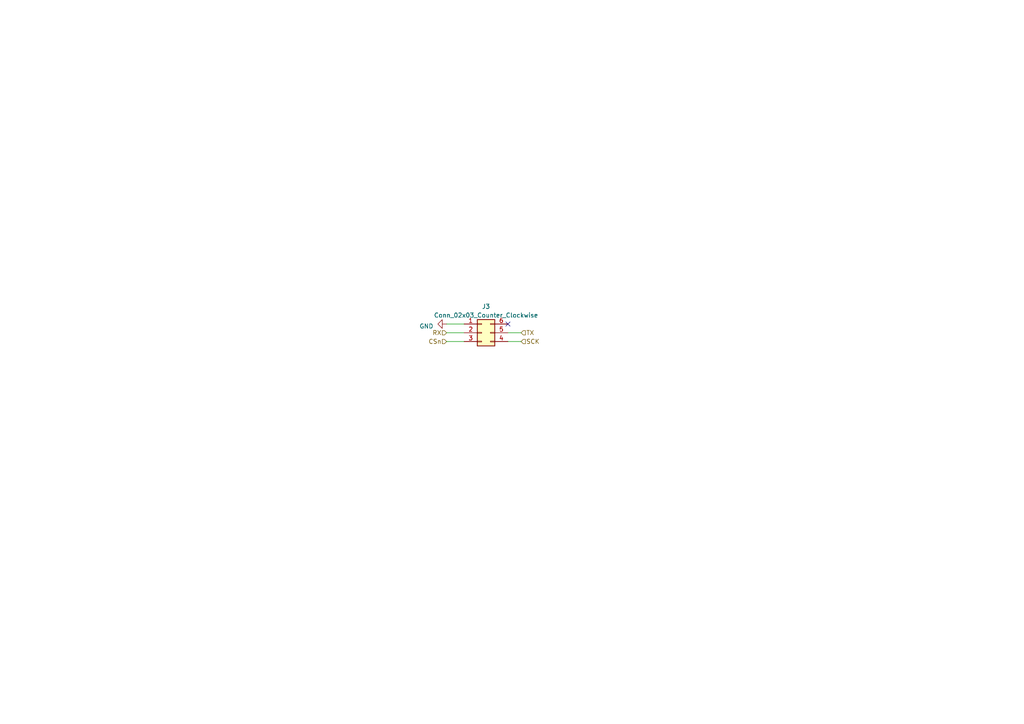
<source format=kicad_sch>
(kicad_sch (version 20230121) (generator eeschema)
  (paper "A4")
  (lib_symbols
    (symbol "Connector_Generic:Conn_02x03_Counter_Clockwise" (pin_names (offset 1.016) hide)
      (property "Reference" "J" (at 1.27 5.08 0))
      (property "Value" "Conn_02x03_Counter_Clockwise" (at 1.27 -5.08 0))
      (symbol "Conn_02x03_Counter_Clockwise_1_1"
        (rectangle (start -1.27 -2.413) (end 0 -2.667) (stroke (width 0.1524)))
        (rectangle (start -1.27 0.127) (end 0 -0.127) (stroke (width 0.1524)))
        (rectangle (start -1.27 2.667) (end 0 2.413) (stroke (width 0.1524)))
        (rectangle (start -1.27 3.81) (end 3.81 -3.81) (stroke (width 0.254)) (fill (type background)))
        (rectangle (start 3.81 -2.413) (end 2.54 -2.667) (stroke (width 0.1524)))
        (rectangle (start 3.81 0.127) (end 2.54 -0.127) (stroke (width 0.1524)))
        (rectangle (start 3.81 2.667) (end 2.54 2.413) (stroke (width 0.1524)))
        (pin passive line (at -5.08 2.54 0) (length 3.81) (name "Pin_1") (number "1"))
        (pin passive line (at -5.08 0 0) (length 3.81) (name "Pin_2") (number "2"))
        (pin passive line (at -5.08 -2.54 0) (length 3.81) (name "Pin_3") (number "3"))
        (pin passive line (at 7.62 -2.54 180) (length 3.81) (name "Pin_4") (number "4"))
        (pin passive line (at 7.62 0 180) (length 3.81) (name "Pin_5") (number "5"))
        (pin passive line (at 7.62 2.54 180) (length 3.81) (name "Pin_6") (number "6"))
      )
    )
    (symbol "power:GND" (power) (pin_names (offset 0))
      (property "Value" "GND" (at 0 -3.81 0))
      (symbol "GND_0_1"
        (polyline (pts (xy 0 0) (xy 0 -1.27) (xy 1.27 -1.27) (xy 0 -2.54) (xy -1.27 -1.27) (xy 0 -1.27)))
      )
      (symbol "GND_1_1"
        (pin power_in line (at 0 0 270) (length 0) hide (name "GND") (number "1"))
      )
    )
  )
  (no_connect (at 147.32 93.98))
  (wire (pts (xy 129.54 96.52) (xy 134.62 96.52)))
  (wire (pts (xy 147.32 96.52) (xy 151.13 96.52)))
  (wire (pts (xy 129.54 93.98) (xy 134.62 93.98)))
  (wire (pts (xy 147.32 99.06) (xy 151.13 99.06)))
  (wire (pts (xy 129.54 99.06) (xy 134.62 99.06)))
  (hierarchical_label "CSn" (shape input) (at 129.54 99.06 180))
  (hierarchical_label "TX" (shape input) (at 151.13 96.52 0))
  (hierarchical_label "RX" (shape input) (at 129.54 96.52 180))
  (hierarchical_label "SCK" (shape input) (at 151.13 99.06 0))
  (symbol (lib_id "Connector_Generic:Conn_02x03_Counter_Clockwise") (at 139.7 96.52 0) (unit 1)
    (property "Reference" "J3" (at 140.97 88.9 0))
    (property "Value" "Conn_02x03_Counter_Clockwise" (at 140.97 91.44 0))
    (property "Footprint" "Connector_IDC:IDC-Header_2x04_P2.54mm_Vertical" (effects hide))
  )
  (symbol (lib_id "power:GND") (at 129.54 93.98 270) (unit 1)
    (property "Reference" "#PWR03" (effects hide))
    (property "Value" "GND" (at 125.73 94.615 90) (effects (justify right)))
  )
)
</source>
